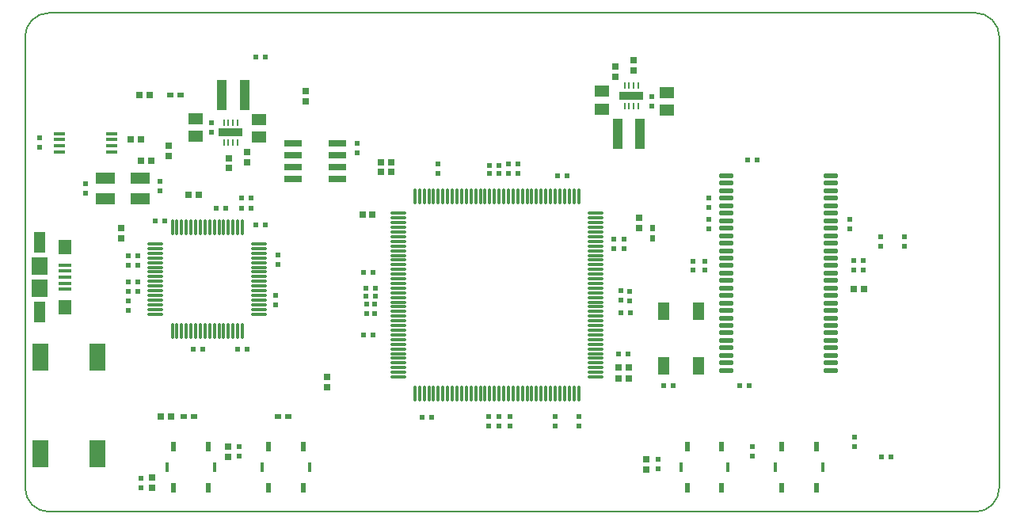
<source format=gtp>
%FSLAX25Y25*%
%MOIN*%
G70*
G01*
G75*
G04 Layer_Color=8421504*
%ADD10O,0.06102X0.02165*%
%ADD11R,0.04921X0.01378*%
%ADD12O,0.07087X0.01181*%
%ADD13O,0.01181X0.07087*%
%ADD14R,0.02362X0.03937*%
%ADD15R,0.01772X0.03937*%
%ADD16R,0.07480X0.02835*%
%ADD17R,0.04921X0.07284*%
%ADD18R,0.09843X0.03543*%
%ADD19R,0.00984X0.03150*%
%ADD20R,0.07087X0.11811*%
%ADD21R,0.05118X0.09055*%
%ADD22R,0.07087X0.07480*%
%ADD23R,0.05512X0.06299*%
%ADD24R,0.05315X0.01575*%
%ADD25R,0.07874X0.04724*%
%ADD26R,0.04331X0.12598*%
%ADD27R,0.02953X0.02559*%
%ADD28R,0.02756X0.01969*%
%ADD29R,0.01969X0.02756*%
%ADD30R,0.05906X0.05118*%
%ADD31R,0.02362X0.01969*%
%ADD32R,0.02559X0.02953*%
%ADD33R,0.01969X0.02362*%
%ADD34C,0.00600*%
%ADD35C,0.01000*%
%ADD36C,0.01500*%
%ADD37C,0.02000*%
%ADD38C,0.03000*%
%ADD39C,0.06000*%
%ADD40C,0.05906*%
%ADD41C,0.03937*%
%ADD42C,0.02400*%
%ADD43C,0.04000*%
%ADD44C,0.06400*%
G04:AMPARAMS|DCode=45|XSize=80mil|YSize=80mil|CornerRadius=0mil|HoleSize=0mil|Usage=FLASHONLY|Rotation=0.000|XOffset=0mil|YOffset=0mil|HoleType=Round|Shape=Relief|Width=8mil|Gap=10mil|Entries=4|*
%AMTHD45*
7,0,0,0.08000,0.06000,0.00800,45*
%
%ADD45THD45*%
%ADD46C,0.09400*%
%ADD47C,0.14900*%
G04:AMPARAMS|DCode=48|XSize=50mil|YSize=50mil|CornerRadius=0mil|HoleSize=0mil|Usage=FLASHONLY|Rotation=0.000|XOffset=0mil|YOffset=0mil|HoleType=Round|Shape=Relief|Width=8mil|Gap=10mil|Entries=4|*
%AMTHD48*
7,0,0,0.05000,0.03000,0.00800,45*
%
%ADD48THD48*%
%ADD49C,0.03400*%
%ADD50C,0.00984*%
%ADD51C,0.02362*%
%ADD52C,0.00787*%
%ADD53C,0.00394*%
D10*
X295957Y141818D02*
D03*
Y138669D02*
D03*
Y135519D02*
D03*
Y132369D02*
D03*
Y129220D02*
D03*
Y126070D02*
D03*
Y122921D02*
D03*
Y119771D02*
D03*
Y116621D02*
D03*
Y113472D02*
D03*
Y110322D02*
D03*
Y107172D02*
D03*
Y104023D02*
D03*
Y100873D02*
D03*
Y97724D02*
D03*
Y94574D02*
D03*
Y91424D02*
D03*
Y88275D02*
D03*
Y85125D02*
D03*
Y81976D02*
D03*
Y78826D02*
D03*
Y75676D02*
D03*
Y72527D02*
D03*
Y69377D02*
D03*
Y66228D02*
D03*
Y63078D02*
D03*
Y59928D02*
D03*
X340052Y141818D02*
D03*
Y138669D02*
D03*
Y135519D02*
D03*
Y132369D02*
D03*
Y129220D02*
D03*
Y126070D02*
D03*
Y122921D02*
D03*
Y119771D02*
D03*
Y116621D02*
D03*
Y113472D02*
D03*
Y110322D02*
D03*
Y107172D02*
D03*
Y104023D02*
D03*
Y100873D02*
D03*
Y97724D02*
D03*
Y94574D02*
D03*
Y91424D02*
D03*
Y88275D02*
D03*
Y85125D02*
D03*
Y81976D02*
D03*
Y78826D02*
D03*
Y75676D02*
D03*
Y72527D02*
D03*
Y69377D02*
D03*
Y66228D02*
D03*
Y63078D02*
D03*
Y59928D02*
D03*
D11*
X15078Y159639D02*
D03*
Y157080D02*
D03*
Y154520D02*
D03*
Y151961D02*
D03*
X37322Y159639D02*
D03*
Y157080D02*
D03*
Y154520D02*
D03*
Y151961D02*
D03*
D12*
X157765Y57151D02*
D03*
Y59120D02*
D03*
Y61088D02*
D03*
Y63057D02*
D03*
Y65025D02*
D03*
Y66994D02*
D03*
Y68962D02*
D03*
Y70931D02*
D03*
Y72899D02*
D03*
Y74868D02*
D03*
Y76836D02*
D03*
Y78805D02*
D03*
Y80773D02*
D03*
Y82742D02*
D03*
Y84710D02*
D03*
Y86679D02*
D03*
Y88647D02*
D03*
Y90616D02*
D03*
Y92584D02*
D03*
Y94553D02*
D03*
Y96521D02*
D03*
Y98490D02*
D03*
Y100458D02*
D03*
Y102427D02*
D03*
Y104395D02*
D03*
Y106364D02*
D03*
Y108332D02*
D03*
Y110301D02*
D03*
Y112269D02*
D03*
Y114238D02*
D03*
Y116206D02*
D03*
Y118175D02*
D03*
Y120143D02*
D03*
Y122112D02*
D03*
Y124080D02*
D03*
Y126049D02*
D03*
X240835D02*
D03*
Y124080D02*
D03*
Y122112D02*
D03*
Y120143D02*
D03*
Y118175D02*
D03*
Y116206D02*
D03*
Y114238D02*
D03*
Y112269D02*
D03*
Y110301D02*
D03*
Y108332D02*
D03*
Y106364D02*
D03*
Y104395D02*
D03*
Y102427D02*
D03*
Y100458D02*
D03*
Y98490D02*
D03*
Y96521D02*
D03*
Y94553D02*
D03*
Y92584D02*
D03*
Y90616D02*
D03*
Y88647D02*
D03*
Y86679D02*
D03*
Y84710D02*
D03*
Y82742D02*
D03*
Y80773D02*
D03*
Y78805D02*
D03*
Y76836D02*
D03*
Y74868D02*
D03*
Y72899D02*
D03*
Y70931D02*
D03*
Y68962D02*
D03*
Y66994D02*
D03*
Y65025D02*
D03*
Y63057D02*
D03*
Y61088D02*
D03*
Y59120D02*
D03*
Y57151D02*
D03*
X99350Y113164D02*
D03*
Y111195D02*
D03*
Y109227D02*
D03*
Y107258D02*
D03*
Y105290D02*
D03*
Y103321D02*
D03*
Y101353D02*
D03*
Y99384D02*
D03*
Y97416D02*
D03*
Y95447D02*
D03*
Y93479D02*
D03*
Y91510D02*
D03*
Y89542D02*
D03*
Y87573D02*
D03*
Y85605D02*
D03*
Y83636D02*
D03*
X55650D02*
D03*
Y85605D02*
D03*
Y87573D02*
D03*
Y89542D02*
D03*
Y91510D02*
D03*
Y93479D02*
D03*
Y95447D02*
D03*
Y97416D02*
D03*
Y99384D02*
D03*
Y101353D02*
D03*
Y103321D02*
D03*
Y105290D02*
D03*
Y107258D02*
D03*
Y109227D02*
D03*
Y111195D02*
D03*
Y113164D02*
D03*
D13*
X164851Y133135D02*
D03*
X166820D02*
D03*
X168788D02*
D03*
X170757D02*
D03*
X172725D02*
D03*
X174694D02*
D03*
X176662D02*
D03*
X178631D02*
D03*
X180599D02*
D03*
X182568D02*
D03*
X184536D02*
D03*
X186505D02*
D03*
X188473D02*
D03*
X190442D02*
D03*
X192410D02*
D03*
X194379D02*
D03*
X196347D02*
D03*
X198316D02*
D03*
X200284D02*
D03*
X202253D02*
D03*
X204221D02*
D03*
X206190D02*
D03*
X208158D02*
D03*
X210127D02*
D03*
X212095D02*
D03*
X214064D02*
D03*
X216032D02*
D03*
X218001D02*
D03*
X219969D02*
D03*
X221938D02*
D03*
X223906D02*
D03*
X225875D02*
D03*
X227843D02*
D03*
X229812D02*
D03*
X231780D02*
D03*
X233749D02*
D03*
Y50065D02*
D03*
X231780D02*
D03*
X229812D02*
D03*
X227843D02*
D03*
X225875D02*
D03*
X223906D02*
D03*
X221938D02*
D03*
X219969D02*
D03*
X218001D02*
D03*
X216032D02*
D03*
X214064D02*
D03*
X212095D02*
D03*
X210127D02*
D03*
X208158D02*
D03*
X206190D02*
D03*
X204221D02*
D03*
X202253D02*
D03*
X200284D02*
D03*
X198316D02*
D03*
X196347D02*
D03*
X194379D02*
D03*
X192410D02*
D03*
X190442D02*
D03*
X188473D02*
D03*
X186505D02*
D03*
X184536D02*
D03*
X182568D02*
D03*
X180599D02*
D03*
X178631D02*
D03*
X176662D02*
D03*
X174694D02*
D03*
X172725D02*
D03*
X170757D02*
D03*
X168788D02*
D03*
X166820D02*
D03*
X164851D02*
D03*
X62736Y120250D02*
D03*
X64705D02*
D03*
X66673D02*
D03*
X68642D02*
D03*
X70610D02*
D03*
X72579D02*
D03*
X74547D02*
D03*
X76516D02*
D03*
X78484D02*
D03*
X80453D02*
D03*
X82421D02*
D03*
X84390D02*
D03*
X86358D02*
D03*
X88327D02*
D03*
X90295D02*
D03*
X92264D02*
D03*
Y76550D02*
D03*
X90295D02*
D03*
X88327D02*
D03*
X86358D02*
D03*
X84390D02*
D03*
X82421D02*
D03*
X80453D02*
D03*
X78484D02*
D03*
X76516D02*
D03*
X74547D02*
D03*
X72579D02*
D03*
X70610D02*
D03*
X68642D02*
D03*
X66673D02*
D03*
X64705D02*
D03*
X62736D02*
D03*
D14*
X103217Y27761D02*
D03*
Y10439D02*
D03*
X117783D02*
D03*
Y27761D02*
D03*
X279416D02*
D03*
Y10439D02*
D03*
X293984D02*
D03*
Y27761D02*
D03*
X319378D02*
D03*
Y10439D02*
D03*
X333945D02*
D03*
Y27761D02*
D03*
X63217D02*
D03*
Y10439D02*
D03*
X77784D02*
D03*
Y27761D02*
D03*
D15*
X100559Y19100D02*
D03*
X120441D02*
D03*
X276759D02*
D03*
X296641D02*
D03*
X316721D02*
D03*
X336602D02*
D03*
X60559D02*
D03*
X80441D02*
D03*
D16*
X113648Y155500D02*
D03*
Y150500D02*
D03*
Y145500D02*
D03*
Y140500D02*
D03*
X132152Y155500D02*
D03*
Y150500D02*
D03*
Y145500D02*
D03*
Y140500D02*
D03*
D17*
X269516Y61983D02*
D03*
X284084D02*
D03*
Y84817D02*
D03*
X269516D02*
D03*
D18*
X256025Y175400D02*
D03*
X87375Y160000D02*
D03*
D19*
X258978Y171069D02*
D03*
X257010D02*
D03*
X255041D02*
D03*
X253072D02*
D03*
Y179731D02*
D03*
X255041D02*
D03*
X257010D02*
D03*
X258978D02*
D03*
X84422Y155669D02*
D03*
X86391D02*
D03*
X88359D02*
D03*
X90328D02*
D03*
Y164331D02*
D03*
X88359D02*
D03*
X86391D02*
D03*
X84422D02*
D03*
D20*
X31116Y24675D02*
D03*
X7100D02*
D03*
Y65620D02*
D03*
X31116D02*
D03*
D21*
X6968Y84436D02*
D03*
Y113964D02*
D03*
D22*
Y103924D02*
D03*
Y94476D02*
D03*
D23*
X17500Y111798D02*
D03*
Y86602D02*
D03*
D24*
Y104318D02*
D03*
Y101759D02*
D03*
Y99200D02*
D03*
Y96641D02*
D03*
Y94082D02*
D03*
D25*
X49183Y132269D02*
D03*
Y140931D02*
D03*
X34617D02*
D03*
Y132269D02*
D03*
D26*
X259724Y159600D02*
D03*
X250276D02*
D03*
X83650Y175700D02*
D03*
X93099D02*
D03*
D27*
X154800Y147400D02*
D03*
X150469D02*
D03*
Y143500D02*
D03*
X154800D02*
D03*
X48835Y175900D02*
D03*
X53165D02*
D03*
X49487Y157080D02*
D03*
X45157D02*
D03*
X73965Y133800D02*
D03*
X69635D02*
D03*
X49535Y148000D02*
D03*
X53865D02*
D03*
X349500Y94000D02*
D03*
X353831D02*
D03*
X254765Y56400D02*
D03*
X250435D02*
D03*
X254765Y61100D02*
D03*
X250435D02*
D03*
X62265Y40400D02*
D03*
X57935D02*
D03*
X147065Y125400D02*
D03*
X142735D02*
D03*
D28*
X111465Y40400D02*
D03*
X107135D02*
D03*
X61835Y175900D02*
D03*
X66165D02*
D03*
X71765Y40400D02*
D03*
X67435D02*
D03*
D29*
X265000Y119965D02*
D03*
Y115635D02*
D03*
D30*
X243500Y177340D02*
D03*
Y169860D02*
D03*
X72475Y158460D02*
D03*
Y165940D02*
D03*
X99275Y158000D02*
D03*
Y165480D02*
D03*
X271000Y176940D02*
D03*
Y169460D02*
D03*
D31*
X264700Y175037D02*
D03*
Y171100D02*
D03*
X267077Y18557D02*
D03*
Y22494D02*
D03*
X307000Y23763D02*
D03*
Y27700D02*
D03*
X140700Y151532D02*
D03*
Y155468D02*
D03*
X48200Y104131D02*
D03*
Y108069D02*
D03*
X44100Y104131D02*
D03*
Y108069D02*
D03*
Y93231D02*
D03*
Y97168D02*
D03*
X48300Y93231D02*
D03*
Y97168D02*
D03*
X106200Y87532D02*
D03*
Y91469D02*
D03*
X44300Y85232D02*
D03*
Y89169D02*
D03*
X107200Y108369D02*
D03*
Y104431D02*
D03*
X6900Y157768D02*
D03*
Y153832D02*
D03*
X26200Y138537D02*
D03*
Y134600D02*
D03*
X57600Y135563D02*
D03*
Y139500D02*
D03*
X349507Y102075D02*
D03*
Y106012D02*
D03*
X348000Y119532D02*
D03*
Y123468D02*
D03*
X353731Y102075D02*
D03*
Y106012D02*
D03*
X288440Y123571D02*
D03*
Y119634D02*
D03*
X288454Y128591D02*
D03*
Y132528D02*
D03*
X281976Y105971D02*
D03*
Y102034D02*
D03*
X286789Y105971D02*
D03*
Y102034D02*
D03*
X370800Y112163D02*
D03*
Y116100D02*
D03*
X360800Y112163D02*
D03*
Y116100D02*
D03*
X349800Y27963D02*
D03*
Y31900D02*
D03*
X195800Y36432D02*
D03*
Y40369D02*
D03*
X223906Y36531D02*
D03*
Y40468D02*
D03*
X253000Y115168D02*
D03*
Y111232D02*
D03*
X248700Y115168D02*
D03*
Y111232D02*
D03*
X174694Y146869D02*
D03*
Y142931D02*
D03*
X204300Y146869D02*
D03*
Y142931D02*
D03*
X200300Y36432D02*
D03*
Y40369D02*
D03*
X208158Y146869D02*
D03*
Y142931D02*
D03*
X204800Y36432D02*
D03*
Y40369D02*
D03*
X251500Y93337D02*
D03*
Y89400D02*
D03*
X233749Y36531D02*
D03*
Y40468D02*
D03*
X255100Y93237D02*
D03*
Y89300D02*
D03*
X144500Y83732D02*
D03*
Y87669D02*
D03*
X147900Y83732D02*
D03*
Y87669D02*
D03*
X49500Y14337D02*
D03*
Y10400D02*
D03*
X90835Y23863D02*
D03*
Y27800D02*
D03*
X79175Y160231D02*
D03*
Y164169D02*
D03*
D32*
X118800Y173069D02*
D03*
Y177400D02*
D03*
X262142Y18223D02*
D03*
Y22554D02*
D03*
X61300Y150035D02*
D03*
Y154365D02*
D03*
X41300Y115635D02*
D03*
Y119965D02*
D03*
X259300Y119769D02*
D03*
Y124100D02*
D03*
X54100Y14731D02*
D03*
Y10400D02*
D03*
X86100Y23535D02*
D03*
Y27865D02*
D03*
X127800Y52900D02*
D03*
Y57231D02*
D03*
X94100Y147635D02*
D03*
Y151965D02*
D03*
X86435Y149331D02*
D03*
Y145000D02*
D03*
X249300Y187765D02*
D03*
Y183435D02*
D03*
X257000Y186035D02*
D03*
Y190365D02*
D03*
D33*
X101868Y121300D02*
D03*
X97931D02*
D03*
X55632Y122700D02*
D03*
X59569D02*
D03*
X95768Y132400D02*
D03*
X91831D02*
D03*
X95768Y128000D02*
D03*
X91831D02*
D03*
X85268Y128100D02*
D03*
X81331D02*
D03*
X94269Y68800D02*
D03*
X90332D02*
D03*
X75568Y68700D02*
D03*
X71631D02*
D03*
X305471Y53473D02*
D03*
X301534D02*
D03*
X308789Y148461D02*
D03*
X304852D02*
D03*
X361300Y23400D02*
D03*
X365237D02*
D03*
X101800Y191900D02*
D03*
X97863D02*
D03*
X167832Y40300D02*
D03*
X171768D02*
D03*
X273502Y53466D02*
D03*
X269565D02*
D03*
X254569Y66994D02*
D03*
X250631D02*
D03*
X224832Y141900D02*
D03*
X228768D02*
D03*
X255542Y84332D02*
D03*
X251606D02*
D03*
X144332Y91100D02*
D03*
X148268D02*
D03*
X196335Y146304D02*
D03*
X200272D02*
D03*
X196335Y142804D02*
D03*
X200272D02*
D03*
X143363Y74868D02*
D03*
X147300D02*
D03*
X144332Y94600D02*
D03*
X148268D02*
D03*
X143141Y101091D02*
D03*
X147078D02*
D03*
D34*
X800Y10400D02*
G03*
X10800Y400I10000J0D01*
G01*
Y210400D02*
G03*
X800Y200400I0J-10000D01*
G01*
X410800D02*
G03*
X400800Y210400I-10000J0D01*
G01*
Y400D02*
G03*
X410800Y10400I0J10000D01*
G01*
X800D02*
Y200400D01*
X10800Y400D02*
X400800D01*
X410800Y10400D02*
Y200400D01*
X10800Y210400D02*
X400800D01*
M02*

</source>
